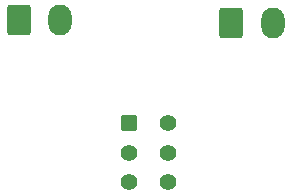
<source format=gbr>
%TF.GenerationSoftware,KiCad,Pcbnew,9.0.3*%
%TF.CreationDate,2025-08-16T18:10:03-03:00*%
%TF.ProjectId,CANBusTerminator,43414e42-7573-4546-9572-6d696e61746f,rev?*%
%TF.SameCoordinates,Original*%
%TF.FileFunction,Copper,L2,Bot*%
%TF.FilePolarity,Positive*%
%FSLAX46Y46*%
G04 Gerber Fmt 4.6, Leading zero omitted, Abs format (unit mm)*
G04 Created by KiCad (PCBNEW 9.0.3) date 2025-08-16 18:10:03*
%MOMM*%
%LPD*%
G01*
G04 APERTURE LIST*
G04 Aperture macros list*
%AMRoundRect*
0 Rectangle with rounded corners*
0 $1 Rounding radius*
0 $2 $3 $4 $5 $6 $7 $8 $9 X,Y pos of 4 corners*
0 Add a 4 corners polygon primitive as box body*
4,1,4,$2,$3,$4,$5,$6,$7,$8,$9,$2,$3,0*
0 Add four circle primitives for the rounded corners*
1,1,$1+$1,$2,$3*
1,1,$1+$1,$4,$5*
1,1,$1+$1,$6,$7*
1,1,$1+$1,$8,$9*
0 Add four rect primitives between the rounded corners*
20,1,$1+$1,$2,$3,$4,$5,0*
20,1,$1+$1,$4,$5,$6,$7,0*
20,1,$1+$1,$6,$7,$8,$9,0*
20,1,$1+$1,$8,$9,$2,$3,0*%
G04 Aperture macros list end*
%TA.AperFunction,ComponentPad*%
%ADD10RoundRect,0.250000X-0.750000X-1.050000X0.750000X-1.050000X0.750000X1.050000X-0.750000X1.050000X0*%
%TD*%
%TA.AperFunction,ComponentPad*%
%ADD11O,2.000000X2.600000*%
%TD*%
%TA.AperFunction,ComponentPad*%
%ADD12RoundRect,0.250000X-0.450000X0.450000X-0.450000X-0.450000X0.450000X-0.450000X0.450000X0.450000X0*%
%TD*%
%TA.AperFunction,ComponentPad*%
%ADD13C,1.400000*%
%TD*%
G04 APERTURE END LIST*
D10*
%TO.P,J2,1,Pin_1*%
%TO.N,Net-(J2-Pin_1)*%
X188100000Y-83900000D03*
D11*
%TO.P,J2,2,Pin_2*%
%TO.N,Net-(J2-Pin_2)*%
X191600000Y-83900000D03*
%TD*%
D10*
%TO.P,J1,1,Pin_1*%
%TO.N,Net-(J1-Pin_1)*%
X170100000Y-83700000D03*
D11*
%TO.P,J1,2,Pin_2*%
%TO.N,Net-(J1-Pin_2)*%
X173600000Y-83700000D03*
%TD*%
D12*
%TO.P,SW1,1,A*%
%TO.N,Net-(R1-Pad2)*%
X179400000Y-92400000D03*
D13*
%TO.P,SW1,2,B*%
%TO.N,Net-(J1-Pin_1)*%
X179400000Y-94900000D03*
%TO.P,SW1,3,C*%
%TO.N,Net-(J2-Pin_1)*%
X179400000Y-97400000D03*
%TO.P,SW1,4,A*%
%TO.N,Net-(J1-Pin_2)*%
X182700000Y-97400000D03*
%TO.P,SW1,5,B*%
%TO.N,Net-(J2-Pin_2)*%
X182700000Y-94900000D03*
%TO.P,SW1,6,C*%
%TO.N,Net-(R2-Pad2)*%
X182700000Y-92400000D03*
%TD*%
M02*

</source>
